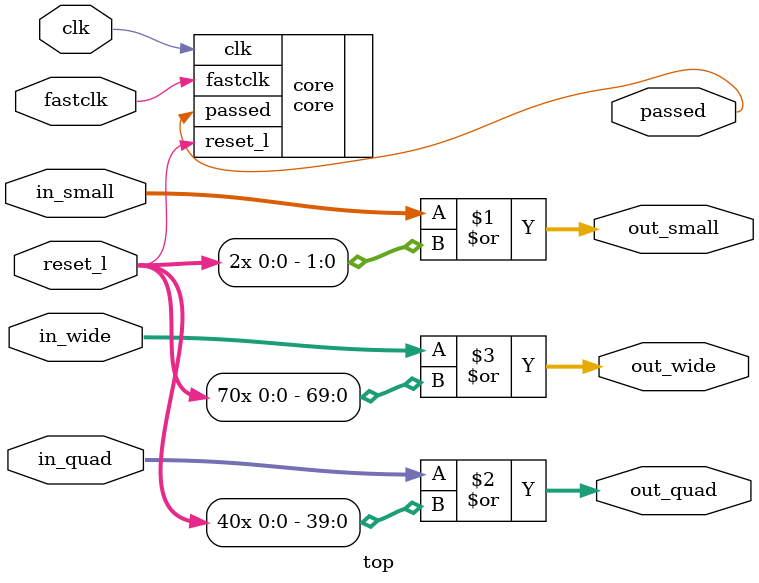
<source format=v>

`timescale 1 ns/ 1ns

module top (/*AUTOARG*/
   // Outputs
   passed, out_small, out_quad, out_wide,
   // Inputs
   clk, fastclk, reset_l, in_small, in_quad, in_wide
   );

   output passed;
   input  clk;
   input  fastclk;
   input  reset_l;

   output [1:0] out_small;
   output [39:0] out_quad;
   output [69:0] out_wide;
   input [1:0] 	 in_small;
   input [39:0]  in_quad;
   input [69:0]  in_wide;

   wire [1:0] 	 out_small = in_small | {2{reset_l}};
   wire [39:0] 	 out_quad = in_quad | {40{reset_l}};
   wire [69:0] 	 out_wide = in_wide | {70{reset_l}};

   initial begin
      $write("Hello World!\n");
   end

   // Example sub module
   core core (/*AUTOINST*/
	// Outputs
	.passed				(passed),
	// Inputs
	.clk				(clk),
	.fastclk			(fastclk),
	.reset_l			(reset_l));

   

endmodule

</source>
